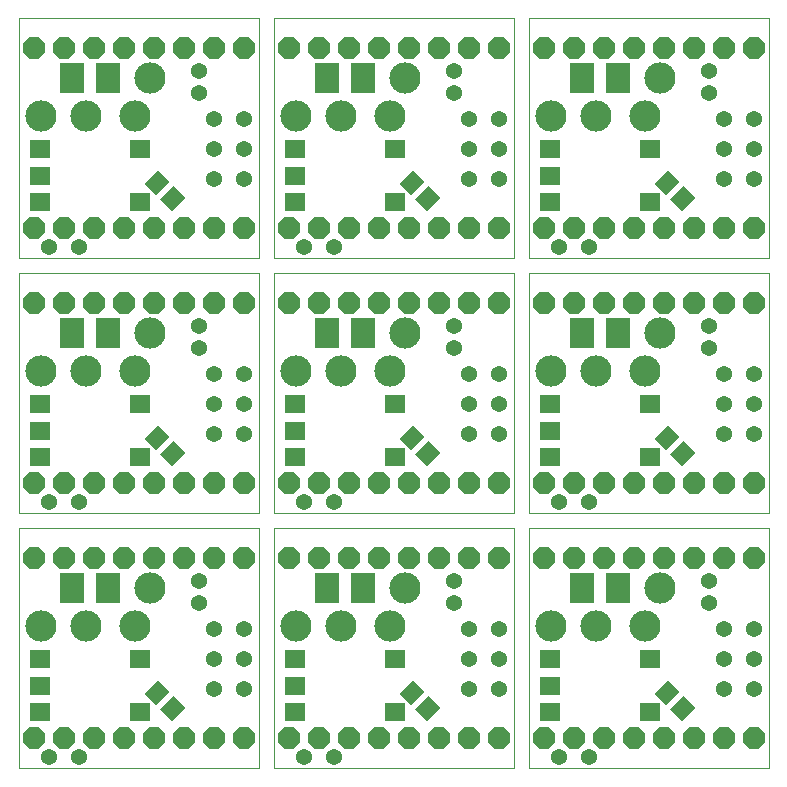
<source format=gbs>
G75*
G70*
%OFA0B0*%
%FSLAX25Y25*%
%IPPOS*%
%LPD*%
%AMOC8*
5,1,8,0,0,1.08239X$1,22.5*
%
%ADD13C,0.10400*%
%ADD14C,0.05400*%
%ADD20R,0.05520X0.06310*%
%ADD25R,0.08080X0.10240*%
%ADD34R,0.06700X0.05910*%
%ADD37C,0.00000*%
%ADD38OC8,0.07400*%
X0010000Y0010000D02*
G75*
%LPD*%
D37*
X0010000Y0010000D02*
X0090000Y0010000D01*
X0090000Y0090000D01*
X0010000Y0090000D01*
X0010000Y0010000D01*
D14*
X0020000Y0013750D03*
X0030000Y0013750D03*
X0075000Y0036250D03*
X0075000Y0046250D03*
X0075000Y0056250D03*
X0070000Y0065000D03*
X0070000Y0072500D03*
X0085000Y0056250D03*
X0085000Y0046250D03*
X0085000Y0036250D03*
D13*
X0053750Y0070000D03*
X0048750Y0057500D03*
X0032500Y0057500D03*
X0017500Y0057500D03*
D38*
X0015000Y0080000D03*
X0025000Y0080000D03*
X0035000Y0080000D03*
X0045000Y0080000D03*
X0055000Y0080000D03*
X0065000Y0080000D03*
X0075000Y0080000D03*
X0085000Y0080000D03*
X0085000Y0020000D03*
X0075000Y0020000D03*
X0065000Y0020000D03*
X0055000Y0020000D03*
X0045000Y0020000D03*
X0035000Y0020000D03*
X0025000Y0020000D03*
X0015000Y0020000D03*
D34*
X0017210Y0028640D03*
X0017210Y0037500D03*
X0017210Y0046360D03*
X0050290Y0046360D03*
X0050290Y0028640D03*
D20*
G36*
X0055840Y0030970D02*
X0051940Y0034870D01*
X0056380Y0039310D01*
X0060280Y0035410D01*
X0055840Y0030970D01*
G37*
G36*
X0061120Y0025690D02*
X0057220Y0029590D01*
X0061660Y0034030D01*
X0065560Y0030130D01*
X0061120Y0025690D01*
G37*
D25*
X0039750Y0070000D03*
X0027750Y0070000D03*
X0010000Y0095000D02*
G75*
%LPD*%
D37*
X0010000Y0095000D02*
X0090000Y0095000D01*
X0090000Y0175000D01*
X0010000Y0175000D01*
X0010000Y0095000D01*
D14*
X0020000Y0098750D03*
X0030000Y0098750D03*
X0075000Y0121250D03*
X0075000Y0131250D03*
X0075000Y0141250D03*
X0070000Y0150000D03*
X0070000Y0157500D03*
X0085000Y0141250D03*
X0085000Y0131250D03*
X0085000Y0121250D03*
D13*
X0053750Y0155000D03*
X0048750Y0142500D03*
X0032500Y0142500D03*
X0017500Y0142500D03*
D38*
X0015000Y0165000D03*
X0025000Y0165000D03*
X0035000Y0165000D03*
X0045000Y0165000D03*
X0055000Y0165000D03*
X0065000Y0165000D03*
X0075000Y0165000D03*
X0085000Y0165000D03*
X0085000Y0105000D03*
X0075000Y0105000D03*
X0065000Y0105000D03*
X0055000Y0105000D03*
X0045000Y0105000D03*
X0035000Y0105000D03*
X0025000Y0105000D03*
X0015000Y0105000D03*
D34*
X0017210Y0113640D03*
X0017210Y0122500D03*
X0017210Y0131360D03*
X0050290Y0131360D03*
X0050290Y0113640D03*
D20*
G36*
X0055840Y0115970D02*
X0051940Y0119870D01*
X0056380Y0124310D01*
X0060280Y0120410D01*
X0055840Y0115970D01*
G37*
G36*
X0061120Y0110690D02*
X0057220Y0114590D01*
X0061660Y0119030D01*
X0065560Y0115130D01*
X0061120Y0110690D01*
G37*
D25*
X0039750Y0155000D03*
X0027750Y0155000D03*
X0010000Y0180000D02*
G75*
%LPD*%
D37*
X0010000Y0180000D02*
X0090000Y0180000D01*
X0090000Y0260000D01*
X0010000Y0260000D01*
X0010000Y0180000D01*
D14*
X0020000Y0183750D03*
X0030000Y0183750D03*
X0075000Y0206250D03*
X0075000Y0216250D03*
X0075000Y0226250D03*
X0070000Y0235000D03*
X0070000Y0242500D03*
X0085000Y0226250D03*
X0085000Y0216250D03*
X0085000Y0206250D03*
D13*
X0053750Y0240000D03*
X0048750Y0227500D03*
X0032500Y0227500D03*
X0017500Y0227500D03*
D38*
X0015000Y0250000D03*
X0025000Y0250000D03*
X0035000Y0250000D03*
X0045000Y0250000D03*
X0055000Y0250000D03*
X0065000Y0250000D03*
X0075000Y0250000D03*
X0085000Y0250000D03*
X0085000Y0190000D03*
X0075000Y0190000D03*
X0065000Y0190000D03*
X0055000Y0190000D03*
X0045000Y0190000D03*
X0035000Y0190000D03*
X0025000Y0190000D03*
X0015000Y0190000D03*
D34*
X0017210Y0198640D03*
X0017210Y0207500D03*
X0017210Y0216360D03*
X0050290Y0216360D03*
X0050290Y0198640D03*
D20*
G36*
X0055840Y0200970D02*
X0051940Y0204870D01*
X0056380Y0209310D01*
X0060280Y0205410D01*
X0055840Y0200970D01*
G37*
G36*
X0061120Y0195690D02*
X0057220Y0199590D01*
X0061660Y0204030D01*
X0065560Y0200130D01*
X0061120Y0195690D01*
G37*
D25*
X0039750Y0240000D03*
X0027750Y0240000D03*
X0095000Y0010000D02*
G75*
%LPD*%
D37*
X0095000Y0010000D02*
X0175000Y0010000D01*
X0175000Y0090000D01*
X0095000Y0090000D01*
X0095000Y0010000D01*
D14*
X0105000Y0013750D03*
X0115000Y0013750D03*
X0160000Y0036250D03*
X0160000Y0046250D03*
X0160000Y0056250D03*
X0155000Y0065000D03*
X0155000Y0072500D03*
X0170000Y0056250D03*
X0170000Y0046250D03*
X0170000Y0036250D03*
D13*
X0138750Y0070000D03*
X0133750Y0057500D03*
X0117500Y0057500D03*
X0102500Y0057500D03*
D38*
X0100000Y0080000D03*
X0110000Y0080000D03*
X0120000Y0080000D03*
X0130000Y0080000D03*
X0140000Y0080000D03*
X0150000Y0080000D03*
X0160000Y0080000D03*
X0170000Y0080000D03*
X0170000Y0020000D03*
X0160000Y0020000D03*
X0150000Y0020000D03*
X0140000Y0020000D03*
X0130000Y0020000D03*
X0120000Y0020000D03*
X0110000Y0020000D03*
X0100000Y0020000D03*
D34*
X0102210Y0028640D03*
X0102210Y0037500D03*
X0102210Y0046360D03*
X0135290Y0046360D03*
X0135290Y0028640D03*
D20*
G36*
X0140840Y0030970D02*
X0136940Y0034870D01*
X0141380Y0039310D01*
X0145280Y0035410D01*
X0140840Y0030970D01*
G37*
G36*
X0146120Y0025690D02*
X0142220Y0029590D01*
X0146660Y0034030D01*
X0150560Y0030130D01*
X0146120Y0025690D01*
G37*
D25*
X0124750Y0070000D03*
X0112750Y0070000D03*
X0095000Y0095000D02*
G75*
%LPD*%
D37*
X0095000Y0095000D02*
X0175000Y0095000D01*
X0175000Y0175000D01*
X0095000Y0175000D01*
X0095000Y0095000D01*
D14*
X0105000Y0098750D03*
X0115000Y0098750D03*
X0160000Y0121250D03*
X0160000Y0131250D03*
X0160000Y0141250D03*
X0155000Y0150000D03*
X0155000Y0157500D03*
X0170000Y0141250D03*
X0170000Y0131250D03*
X0170000Y0121250D03*
D13*
X0138750Y0155000D03*
X0133750Y0142500D03*
X0117500Y0142500D03*
X0102500Y0142500D03*
D38*
X0100000Y0165000D03*
X0110000Y0165000D03*
X0120000Y0165000D03*
X0130000Y0165000D03*
X0140000Y0165000D03*
X0150000Y0165000D03*
X0160000Y0165000D03*
X0170000Y0165000D03*
X0170000Y0105000D03*
X0160000Y0105000D03*
X0150000Y0105000D03*
X0140000Y0105000D03*
X0130000Y0105000D03*
X0120000Y0105000D03*
X0110000Y0105000D03*
X0100000Y0105000D03*
D34*
X0102210Y0113640D03*
X0102210Y0122500D03*
X0102210Y0131360D03*
X0135290Y0131360D03*
X0135290Y0113640D03*
D20*
G36*
X0140840Y0115970D02*
X0136940Y0119870D01*
X0141380Y0124310D01*
X0145280Y0120410D01*
X0140840Y0115970D01*
G37*
G36*
X0146120Y0110690D02*
X0142220Y0114590D01*
X0146660Y0119030D01*
X0150560Y0115130D01*
X0146120Y0110690D01*
G37*
D25*
X0124750Y0155000D03*
X0112750Y0155000D03*
X0095000Y0180000D02*
G75*
%LPD*%
D37*
X0095000Y0180000D02*
X0175000Y0180000D01*
X0175000Y0260000D01*
X0095000Y0260000D01*
X0095000Y0180000D01*
D14*
X0105000Y0183750D03*
X0115000Y0183750D03*
X0160000Y0206250D03*
X0160000Y0216250D03*
X0160000Y0226250D03*
X0155000Y0235000D03*
X0155000Y0242500D03*
X0170000Y0226250D03*
X0170000Y0216250D03*
X0170000Y0206250D03*
D13*
X0138750Y0240000D03*
X0133750Y0227500D03*
X0117500Y0227500D03*
X0102500Y0227500D03*
D38*
X0100000Y0250000D03*
X0110000Y0250000D03*
X0120000Y0250000D03*
X0130000Y0250000D03*
X0140000Y0250000D03*
X0150000Y0250000D03*
X0160000Y0250000D03*
X0170000Y0250000D03*
X0170000Y0190000D03*
X0160000Y0190000D03*
X0150000Y0190000D03*
X0140000Y0190000D03*
X0130000Y0190000D03*
X0120000Y0190000D03*
X0110000Y0190000D03*
X0100000Y0190000D03*
D34*
X0102210Y0198640D03*
X0102210Y0207500D03*
X0102210Y0216360D03*
X0135290Y0216360D03*
X0135290Y0198640D03*
D20*
G36*
X0140840Y0200970D02*
X0136940Y0204870D01*
X0141380Y0209310D01*
X0145280Y0205410D01*
X0140840Y0200970D01*
G37*
G36*
X0146120Y0195690D02*
X0142220Y0199590D01*
X0146660Y0204030D01*
X0150560Y0200130D01*
X0146120Y0195690D01*
G37*
D25*
X0124750Y0240000D03*
X0112750Y0240000D03*
X0180000Y0010000D02*
G75*
%LPD*%
D37*
X0180000Y0010000D02*
X0260000Y0010000D01*
X0260000Y0090000D01*
X0180000Y0090000D01*
X0180000Y0010000D01*
D14*
X0190000Y0013750D03*
X0200000Y0013750D03*
X0245000Y0036250D03*
X0245000Y0046250D03*
X0245000Y0056250D03*
X0240000Y0065000D03*
X0240000Y0072500D03*
X0255000Y0056250D03*
X0255000Y0046250D03*
X0255000Y0036250D03*
D13*
X0223750Y0070000D03*
X0218750Y0057500D03*
X0202500Y0057500D03*
X0187500Y0057500D03*
D38*
X0185000Y0080000D03*
X0195000Y0080000D03*
X0205000Y0080000D03*
X0215000Y0080000D03*
X0225000Y0080000D03*
X0235000Y0080000D03*
X0245000Y0080000D03*
X0255000Y0080000D03*
X0255000Y0020000D03*
X0245000Y0020000D03*
X0235000Y0020000D03*
X0225000Y0020000D03*
X0215000Y0020000D03*
X0205000Y0020000D03*
X0195000Y0020000D03*
X0185000Y0020000D03*
D34*
X0187210Y0028640D03*
X0187210Y0037500D03*
X0187210Y0046360D03*
X0220290Y0046360D03*
X0220290Y0028640D03*
D20*
G36*
X0225840Y0030970D02*
X0221940Y0034870D01*
X0226380Y0039310D01*
X0230280Y0035410D01*
X0225840Y0030970D01*
G37*
G36*
X0231120Y0025690D02*
X0227220Y0029590D01*
X0231660Y0034030D01*
X0235560Y0030130D01*
X0231120Y0025690D01*
G37*
D25*
X0209750Y0070000D03*
X0197750Y0070000D03*
X0180000Y0095000D02*
G75*
%LPD*%
D37*
X0180000Y0095000D02*
X0260000Y0095000D01*
X0260000Y0175000D01*
X0180000Y0175000D01*
X0180000Y0095000D01*
D14*
X0190000Y0098750D03*
X0200000Y0098750D03*
X0245000Y0121250D03*
X0245000Y0131250D03*
X0245000Y0141250D03*
X0240000Y0150000D03*
X0240000Y0157500D03*
X0255000Y0141250D03*
X0255000Y0131250D03*
X0255000Y0121250D03*
D13*
X0223750Y0155000D03*
X0218750Y0142500D03*
X0202500Y0142500D03*
X0187500Y0142500D03*
D38*
X0185000Y0165000D03*
X0195000Y0165000D03*
X0205000Y0165000D03*
X0215000Y0165000D03*
X0225000Y0165000D03*
X0235000Y0165000D03*
X0245000Y0165000D03*
X0255000Y0165000D03*
X0255000Y0105000D03*
X0245000Y0105000D03*
X0235000Y0105000D03*
X0225000Y0105000D03*
X0215000Y0105000D03*
X0205000Y0105000D03*
X0195000Y0105000D03*
X0185000Y0105000D03*
D34*
X0187210Y0113640D03*
X0187210Y0122500D03*
X0187210Y0131360D03*
X0220290Y0131360D03*
X0220290Y0113640D03*
D20*
G36*
X0225840Y0115970D02*
X0221940Y0119870D01*
X0226380Y0124310D01*
X0230280Y0120410D01*
X0225840Y0115970D01*
G37*
G36*
X0231120Y0110690D02*
X0227220Y0114590D01*
X0231660Y0119030D01*
X0235560Y0115130D01*
X0231120Y0110690D01*
G37*
D25*
X0209750Y0155000D03*
X0197750Y0155000D03*
X0180000Y0180000D02*
G75*
%LPD*%
D37*
X0180000Y0180000D02*
X0260000Y0180000D01*
X0260000Y0260000D01*
X0180000Y0260000D01*
X0180000Y0180000D01*
D14*
X0190000Y0183750D03*
X0200000Y0183750D03*
X0245000Y0206250D03*
X0245000Y0216250D03*
X0245000Y0226250D03*
X0240000Y0235000D03*
X0240000Y0242500D03*
X0255000Y0226250D03*
X0255000Y0216250D03*
X0255000Y0206250D03*
D13*
X0223750Y0240000D03*
X0218750Y0227500D03*
X0202500Y0227500D03*
X0187500Y0227500D03*
D38*
X0185000Y0250000D03*
X0195000Y0250000D03*
X0205000Y0250000D03*
X0215000Y0250000D03*
X0225000Y0250000D03*
X0235000Y0250000D03*
X0245000Y0250000D03*
X0255000Y0250000D03*
X0255000Y0190000D03*
X0245000Y0190000D03*
X0235000Y0190000D03*
X0225000Y0190000D03*
X0215000Y0190000D03*
X0205000Y0190000D03*
X0195000Y0190000D03*
X0185000Y0190000D03*
D34*
X0187210Y0198640D03*
X0187210Y0207500D03*
X0187210Y0216360D03*
X0220290Y0216360D03*
X0220290Y0198640D03*
D20*
G36*
X0225840Y0200970D02*
X0221940Y0204870D01*
X0226380Y0209310D01*
X0230280Y0205410D01*
X0225840Y0200970D01*
G37*
G36*
X0231120Y0195690D02*
X0227220Y0199590D01*
X0231660Y0204030D01*
X0235560Y0200130D01*
X0231120Y0195690D01*
G37*
D25*
X0209750Y0240000D03*
X0197750Y0240000D03*
M02*

</source>
